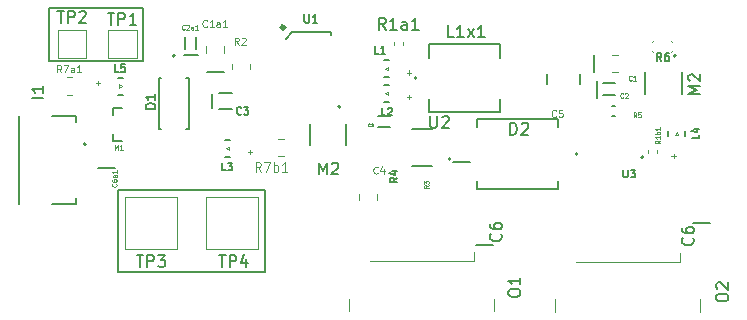
<source format=gbr>
%TF.GenerationSoftware,KiCad,Pcbnew,7.0.8*%
%TF.CreationDate,2024-10-30T19:33:40-07:00*%
%TF.ProjectId,ECE196Team13,45434531-3936-4546-9561-6d31332e6b69,1*%
%TF.SameCoordinates,Original*%
%TF.FileFunction,Legend,Top*%
%TF.FilePolarity,Positive*%
%FSLAX46Y46*%
G04 Gerber Fmt 4.6, Leading zero omitted, Abs format (unit mm)*
G04 Created by KiCad (PCBNEW 7.0.8) date 2024-10-30 19:33:40*
%MOMM*%
%LPD*%
G01*
G04 APERTURE LIST*
%ADD10C,0.150000*%
%ADD11C,0.098425*%
%ADD12C,0.120000*%
%ADD13C,0.080000*%
%ADD14C,0.100000*%
%ADD15C,0.060257*%
%ADD16C,0.076200*%
%ADD17C,0.127000*%
%ADD18C,0.200000*%
%ADD19C,0.203200*%
%ADD20C,0.330200*%
%ADD21C,0.152400*%
G04 APERTURE END LIST*
D10*
X136843750Y-40175000D02*
X144856250Y-40175000D01*
X144856250Y-44625000D01*
X136843750Y-44625000D01*
X136843750Y-40175000D01*
X142700000Y-55575000D02*
X155200000Y-55575000D01*
X155200000Y-62550000D01*
X142700000Y-62550000D01*
X142700000Y-55575000D01*
X151678152Y-45575125D02*
X150249580Y-45575125D01*
X183299874Y-47753152D02*
X183299874Y-46324580D01*
X183024874Y-45553152D02*
X183024874Y-44124580D01*
X150650125Y-47489038D02*
X150650125Y-48631895D01*
X142428152Y-53700125D02*
X140999580Y-53700125D01*
X173021847Y-60224874D02*
X174450419Y-60224874D01*
X192813152Y-58385125D02*
X191384580Y-58385125D01*
X149460961Y-44120363D02*
X148318104Y-44120363D01*
X172553152Y-53175125D02*
X171124580Y-53175125D01*
X188733234Y-44666308D02*
X188499703Y-44332692D01*
X188332895Y-44666308D02*
X188332895Y-43965714D01*
X188332895Y-43965714D02*
X188599788Y-43965714D01*
X188599788Y-43965714D02*
X188666511Y-43999076D01*
X188666511Y-43999076D02*
X188699872Y-44032437D01*
X188699872Y-44032437D02*
X188733234Y-44099161D01*
X188733234Y-44099161D02*
X188733234Y-44199245D01*
X188733234Y-44199245D02*
X188699872Y-44265969D01*
X188699872Y-44265969D02*
X188666511Y-44299330D01*
X188666511Y-44299330D02*
X188599788Y-44332692D01*
X188599788Y-44332692D02*
X188332895Y-44332692D01*
X189333743Y-43965714D02*
X189200297Y-43965714D01*
X189200297Y-43965714D02*
X189133573Y-43999076D01*
X189133573Y-43999076D02*
X189100212Y-44032437D01*
X189100212Y-44032437D02*
X189033489Y-44132522D01*
X189033489Y-44132522D02*
X189000127Y-44265969D01*
X189000127Y-44265969D02*
X189000127Y-44532862D01*
X189000127Y-44532862D02*
X189033489Y-44599585D01*
X189033489Y-44599585D02*
X189066850Y-44632947D01*
X189066850Y-44632947D02*
X189133573Y-44666308D01*
X189133573Y-44666308D02*
X189267020Y-44666308D01*
X189267020Y-44666308D02*
X189333743Y-44632947D01*
X189333743Y-44632947D02*
X189367105Y-44599585D01*
X189367105Y-44599585D02*
X189400466Y-44532862D01*
X189400466Y-44532862D02*
X189400466Y-44366054D01*
X189400466Y-44366054D02*
X189367105Y-44299330D01*
X189367105Y-44299330D02*
X189333743Y-44265969D01*
X189333743Y-44265969D02*
X189267020Y-44232607D01*
X189267020Y-44232607D02*
X189133573Y-44232607D01*
X189133573Y-44232607D02*
X189066850Y-44265969D01*
X189066850Y-44265969D02*
X189033489Y-44299330D01*
X189033489Y-44299330D02*
X189000127Y-44366054D01*
D11*
X186609383Y-49402014D02*
X186478149Y-49214538D01*
X186384411Y-49402014D02*
X186384411Y-49008313D01*
X186384411Y-49008313D02*
X186534392Y-49008313D01*
X186534392Y-49008313D02*
X186571888Y-49027061D01*
X186571888Y-49027061D02*
X186590635Y-49045809D01*
X186590635Y-49045809D02*
X186609383Y-49083304D01*
X186609383Y-49083304D02*
X186609383Y-49139547D01*
X186609383Y-49139547D02*
X186590635Y-49177042D01*
X186590635Y-49177042D02*
X186571888Y-49195790D01*
X186571888Y-49195790D02*
X186534392Y-49214538D01*
X186534392Y-49214538D02*
X186384411Y-49214538D01*
X186965589Y-49008313D02*
X186778112Y-49008313D01*
X186778112Y-49008313D02*
X186759364Y-49195790D01*
X186759364Y-49195790D02*
X186778112Y-49177042D01*
X186778112Y-49177042D02*
X186815607Y-49158295D01*
X186815607Y-49158295D02*
X186909346Y-49158295D01*
X186909346Y-49158295D02*
X186946841Y-49177042D01*
X186946841Y-49177042D02*
X186965589Y-49195790D01*
X186965589Y-49195790D02*
X186984336Y-49233285D01*
X186984336Y-49233285D02*
X186984336Y-49327024D01*
X186984336Y-49327024D02*
X186965589Y-49364519D01*
X186965589Y-49364519D02*
X186946841Y-49383267D01*
X186946841Y-49383267D02*
X186909346Y-49402014D01*
X186909346Y-49402014D02*
X186815607Y-49402014D01*
X186815607Y-49402014D02*
X186778112Y-49383267D01*
X186778112Y-49383267D02*
X186759364Y-49364519D01*
D10*
X191919676Y-50881666D02*
X191919676Y-51186428D01*
X191919676Y-51186428D02*
X191279676Y-51186428D01*
X191493009Y-50394047D02*
X191919676Y-50394047D01*
X191249200Y-50546428D02*
X191706342Y-50698809D01*
X191706342Y-50698809D02*
X191706342Y-50302618D01*
D12*
X189757960Y-52857857D02*
X189757960Y-52492143D01*
X189940817Y-52675000D02*
X189575102Y-52675000D01*
D10*
X175109580Y-59286666D02*
X175157200Y-59334285D01*
X175157200Y-59334285D02*
X175204819Y-59477142D01*
X175204819Y-59477142D02*
X175204819Y-59572380D01*
X175204819Y-59572380D02*
X175157200Y-59715237D01*
X175157200Y-59715237D02*
X175061961Y-59810475D01*
X175061961Y-59810475D02*
X174966723Y-59858094D01*
X174966723Y-59858094D02*
X174776247Y-59905713D01*
X174776247Y-59905713D02*
X174633390Y-59905713D01*
X174633390Y-59905713D02*
X174442914Y-59858094D01*
X174442914Y-59858094D02*
X174347676Y-59810475D01*
X174347676Y-59810475D02*
X174252438Y-59715237D01*
X174252438Y-59715237D02*
X174204819Y-59572380D01*
X174204819Y-59572380D02*
X174204819Y-59477142D01*
X174204819Y-59477142D02*
X174252438Y-59334285D01*
X174252438Y-59334285D02*
X174300057Y-59286666D01*
X174204819Y-58429523D02*
X174204819Y-58619999D01*
X174204819Y-58619999D02*
X174252438Y-58715237D01*
X174252438Y-58715237D02*
X174300057Y-58762856D01*
X174300057Y-58762856D02*
X174442914Y-58858094D01*
X174442914Y-58858094D02*
X174633390Y-58905713D01*
X174633390Y-58905713D02*
X175014342Y-58905713D01*
X175014342Y-58905713D02*
X175109580Y-58858094D01*
X175109580Y-58858094D02*
X175157200Y-58810475D01*
X175157200Y-58810475D02*
X175204819Y-58715237D01*
X175204819Y-58715237D02*
X175204819Y-58524761D01*
X175204819Y-58524761D02*
X175157200Y-58429523D01*
X175157200Y-58429523D02*
X175109580Y-58381904D01*
X175109580Y-58381904D02*
X175014342Y-58334285D01*
X175014342Y-58334285D02*
X174776247Y-58334285D01*
X174776247Y-58334285D02*
X174681009Y-58381904D01*
X174681009Y-58381904D02*
X174633390Y-58429523D01*
X174633390Y-58429523D02*
X174585771Y-58524761D01*
X174585771Y-58524761D02*
X174585771Y-58715237D01*
X174585771Y-58715237D02*
X174633390Y-58810475D01*
X174633390Y-58810475D02*
X174681009Y-58858094D01*
X174681009Y-58858094D02*
X174776247Y-58905713D01*
X159715476Y-54254819D02*
X159715476Y-53254819D01*
X159715476Y-53254819D02*
X160048809Y-53969104D01*
X160048809Y-53969104D02*
X160382142Y-53254819D01*
X160382142Y-53254819D02*
X160382142Y-54254819D01*
X160810714Y-53350057D02*
X160858333Y-53302438D01*
X160858333Y-53302438D02*
X160953571Y-53254819D01*
X160953571Y-53254819D02*
X161191666Y-53254819D01*
X161191666Y-53254819D02*
X161286904Y-53302438D01*
X161286904Y-53302438D02*
X161334523Y-53350057D01*
X161334523Y-53350057D02*
X161382142Y-53445295D01*
X161382142Y-53445295D02*
X161382142Y-53540533D01*
X161382142Y-53540533D02*
X161334523Y-53683390D01*
X161334523Y-53683390D02*
X160763095Y-54254819D01*
X160763095Y-54254819D02*
X161382142Y-54254819D01*
D13*
X142460691Y-52162087D02*
X142460691Y-51762087D01*
X142460691Y-51762087D02*
X142594024Y-52047801D01*
X142594024Y-52047801D02*
X142727357Y-51762087D01*
X142727357Y-51762087D02*
X142727357Y-52162087D01*
X143127357Y-52162087D02*
X142898786Y-52162087D01*
X143013072Y-52162087D02*
X143013072Y-51762087D01*
X143013072Y-51762087D02*
X142974976Y-51819230D01*
X142974976Y-51819230D02*
X142936881Y-51857325D01*
X142936881Y-51857325D02*
X142898786Y-51876373D01*
D14*
X164700000Y-54140228D02*
X164671428Y-54168800D01*
X164671428Y-54168800D02*
X164585714Y-54197371D01*
X164585714Y-54197371D02*
X164528571Y-54197371D01*
X164528571Y-54197371D02*
X164442857Y-54168800D01*
X164442857Y-54168800D02*
X164385714Y-54111657D01*
X164385714Y-54111657D02*
X164357143Y-54054514D01*
X164357143Y-54054514D02*
X164328571Y-53940228D01*
X164328571Y-53940228D02*
X164328571Y-53854514D01*
X164328571Y-53854514D02*
X164357143Y-53740228D01*
X164357143Y-53740228D02*
X164385714Y-53683085D01*
X164385714Y-53683085D02*
X164442857Y-53625942D01*
X164442857Y-53625942D02*
X164528571Y-53597371D01*
X164528571Y-53597371D02*
X164585714Y-53597371D01*
X164585714Y-53597371D02*
X164671428Y-53625942D01*
X164671428Y-53625942D02*
X164700000Y-53654514D01*
X165214286Y-53797371D02*
X165214286Y-54197371D01*
X165071428Y-53568800D02*
X164928571Y-53997371D01*
X164928571Y-53997371D02*
X165300000Y-53997371D01*
D10*
X145856467Y-48681177D02*
X145069065Y-48681177D01*
X145069065Y-48681177D02*
X145069065Y-48493700D01*
X145069065Y-48493700D02*
X145106560Y-48381214D01*
X145106560Y-48381214D02*
X145181551Y-48306224D01*
X145181551Y-48306224D02*
X145256542Y-48268728D01*
X145256542Y-48268728D02*
X145406523Y-48231233D01*
X145406523Y-48231233D02*
X145519009Y-48231233D01*
X145519009Y-48231233D02*
X145668990Y-48268728D01*
X145668990Y-48268728D02*
X145743981Y-48306224D01*
X145743981Y-48306224D02*
X145818972Y-48381214D01*
X145818972Y-48381214D02*
X145856467Y-48493700D01*
X145856467Y-48493700D02*
X145856467Y-48681177D01*
X145856467Y-47481326D02*
X145856467Y-47931270D01*
X145856467Y-47706298D02*
X145069065Y-47706298D01*
X145069065Y-47706298D02*
X145181551Y-47781289D01*
X145181551Y-47781289D02*
X145256542Y-47856280D01*
X145256542Y-47856280D02*
X145294037Y-47931270D01*
D14*
X186208333Y-46266752D02*
X186189285Y-46285800D01*
X186189285Y-46285800D02*
X186132143Y-46304847D01*
X186132143Y-46304847D02*
X186094047Y-46304847D01*
X186094047Y-46304847D02*
X186036904Y-46285800D01*
X186036904Y-46285800D02*
X185998809Y-46247704D01*
X185998809Y-46247704D02*
X185979762Y-46209609D01*
X185979762Y-46209609D02*
X185960714Y-46133419D01*
X185960714Y-46133419D02*
X185960714Y-46076276D01*
X185960714Y-46076276D02*
X185979762Y-46000085D01*
X185979762Y-46000085D02*
X185998809Y-45961990D01*
X185998809Y-45961990D02*
X186036904Y-45923895D01*
X186036904Y-45923895D02*
X186094047Y-45904847D01*
X186094047Y-45904847D02*
X186132143Y-45904847D01*
X186132143Y-45904847D02*
X186189285Y-45923895D01*
X186189285Y-45923895D02*
X186208333Y-45942942D01*
X186589285Y-46304847D02*
X186360714Y-46304847D01*
X186475000Y-46304847D02*
X186475000Y-45904847D01*
X186475000Y-45904847D02*
X186436904Y-45961990D01*
X186436904Y-45961990D02*
X186398809Y-46000085D01*
X186398809Y-46000085D02*
X186360714Y-46019133D01*
X148361905Y-41966752D02*
X148342857Y-41985800D01*
X148342857Y-41985800D02*
X148285715Y-42004847D01*
X148285715Y-42004847D02*
X148247619Y-42004847D01*
X148247619Y-42004847D02*
X148190476Y-41985800D01*
X148190476Y-41985800D02*
X148152381Y-41947704D01*
X148152381Y-41947704D02*
X148133334Y-41909609D01*
X148133334Y-41909609D02*
X148114286Y-41833419D01*
X148114286Y-41833419D02*
X148114286Y-41776276D01*
X148114286Y-41776276D02*
X148133334Y-41700085D01*
X148133334Y-41700085D02*
X148152381Y-41661990D01*
X148152381Y-41661990D02*
X148190476Y-41623895D01*
X148190476Y-41623895D02*
X148247619Y-41604847D01*
X148247619Y-41604847D02*
X148285715Y-41604847D01*
X148285715Y-41604847D02*
X148342857Y-41623895D01*
X148342857Y-41623895D02*
X148361905Y-41642942D01*
X148514286Y-41642942D02*
X148533334Y-41623895D01*
X148533334Y-41623895D02*
X148571429Y-41604847D01*
X148571429Y-41604847D02*
X148666667Y-41604847D01*
X148666667Y-41604847D02*
X148704762Y-41623895D01*
X148704762Y-41623895D02*
X148723810Y-41642942D01*
X148723810Y-41642942D02*
X148742857Y-41681038D01*
X148742857Y-41681038D02*
X148742857Y-41719133D01*
X148742857Y-41719133D02*
X148723810Y-41776276D01*
X148723810Y-41776276D02*
X148495238Y-42004847D01*
X148495238Y-42004847D02*
X148742857Y-42004847D01*
X149085714Y-42004847D02*
X149085714Y-41795323D01*
X149085714Y-41795323D02*
X149066667Y-41757228D01*
X149066667Y-41757228D02*
X149028571Y-41738180D01*
X149028571Y-41738180D02*
X148952381Y-41738180D01*
X148952381Y-41738180D02*
X148914286Y-41757228D01*
X149085714Y-41985800D02*
X149047619Y-42004847D01*
X149047619Y-42004847D02*
X148952381Y-42004847D01*
X148952381Y-42004847D02*
X148914286Y-41985800D01*
X148914286Y-41985800D02*
X148895238Y-41947704D01*
X148895238Y-41947704D02*
X148895238Y-41909609D01*
X148895238Y-41909609D02*
X148914286Y-41871514D01*
X148914286Y-41871514D02*
X148952381Y-41852466D01*
X148952381Y-41852466D02*
X149047619Y-41852466D01*
X149047619Y-41852466D02*
X149085714Y-41833419D01*
X149485714Y-42004847D02*
X149257143Y-42004847D01*
X149371429Y-42004847D02*
X149371429Y-41604847D01*
X149371429Y-41604847D02*
X149333333Y-41661990D01*
X149333333Y-41661990D02*
X149295238Y-41700085D01*
X149295238Y-41700085D02*
X149257143Y-41719133D01*
D15*
X164059828Y-50160416D02*
X164048351Y-50171894D01*
X164048351Y-50171894D02*
X164013918Y-50183371D01*
X164013918Y-50183371D02*
X163990963Y-50183371D01*
X163990963Y-50183371D02*
X163956530Y-50171894D01*
X163956530Y-50171894D02*
X163933575Y-50148938D01*
X163933575Y-50148938D02*
X163922097Y-50125983D01*
X163922097Y-50125983D02*
X163910620Y-50080073D01*
X163910620Y-50080073D02*
X163910620Y-50045640D01*
X163910620Y-50045640D02*
X163922097Y-49999730D01*
X163922097Y-49999730D02*
X163933575Y-49976775D01*
X163933575Y-49976775D02*
X163956530Y-49953820D01*
X163956530Y-49953820D02*
X163990963Y-49942342D01*
X163990963Y-49942342D02*
X164013918Y-49942342D01*
X164013918Y-49942342D02*
X164048351Y-49953820D01*
X164048351Y-49953820D02*
X164059828Y-49965297D01*
X164151649Y-49965297D02*
X164163126Y-49953820D01*
X164163126Y-49953820D02*
X164186082Y-49942342D01*
X164186082Y-49942342D02*
X164243469Y-49942342D01*
X164243469Y-49942342D02*
X164266425Y-49953820D01*
X164266425Y-49953820D02*
X164277902Y-49965297D01*
X164277902Y-49965297D02*
X164289380Y-49988252D01*
X164289380Y-49988252D02*
X164289380Y-50011208D01*
X164289380Y-50011208D02*
X164277902Y-50045640D01*
X164277902Y-50045640D02*
X164140171Y-50183371D01*
X164140171Y-50183371D02*
X164289380Y-50183371D01*
D14*
X188604847Y-51388094D02*
X188414371Y-51521427D01*
X188604847Y-51616665D02*
X188204847Y-51616665D01*
X188204847Y-51616665D02*
X188204847Y-51464284D01*
X188204847Y-51464284D02*
X188223895Y-51426189D01*
X188223895Y-51426189D02*
X188242942Y-51407142D01*
X188242942Y-51407142D02*
X188281038Y-51388094D01*
X188281038Y-51388094D02*
X188338180Y-51388094D01*
X188338180Y-51388094D02*
X188376276Y-51407142D01*
X188376276Y-51407142D02*
X188395323Y-51426189D01*
X188395323Y-51426189D02*
X188414371Y-51464284D01*
X188414371Y-51464284D02*
X188414371Y-51616665D01*
X188604847Y-51007142D02*
X188604847Y-51235713D01*
X188604847Y-51121427D02*
X188204847Y-51121427D01*
X188204847Y-51121427D02*
X188261990Y-51159523D01*
X188261990Y-51159523D02*
X188300085Y-51197618D01*
X188300085Y-51197618D02*
X188319133Y-51235713D01*
X188604847Y-50835713D02*
X188204847Y-50835713D01*
X188357228Y-50835713D02*
X188338180Y-50797618D01*
X188338180Y-50797618D02*
X188338180Y-50721428D01*
X188338180Y-50721428D02*
X188357228Y-50683332D01*
X188357228Y-50683332D02*
X188376276Y-50664285D01*
X188376276Y-50664285D02*
X188414371Y-50645237D01*
X188414371Y-50645237D02*
X188528657Y-50645237D01*
X188528657Y-50645237D02*
X188566752Y-50664285D01*
X188566752Y-50664285D02*
X188585800Y-50683332D01*
X188585800Y-50683332D02*
X188604847Y-50721428D01*
X188604847Y-50721428D02*
X188604847Y-50797618D01*
X188604847Y-50797618D02*
X188585800Y-50835713D01*
X188604847Y-50264285D02*
X188604847Y-50492856D01*
X188604847Y-50378570D02*
X188204847Y-50378570D01*
X188204847Y-50378570D02*
X188261990Y-50416666D01*
X188261990Y-50416666D02*
X188300085Y-50454761D01*
X188300085Y-50454761D02*
X188319133Y-50492856D01*
D10*
X165379761Y-42004819D02*
X165046428Y-41528628D01*
X164808333Y-42004819D02*
X164808333Y-41004819D01*
X164808333Y-41004819D02*
X165189285Y-41004819D01*
X165189285Y-41004819D02*
X165284523Y-41052438D01*
X165284523Y-41052438D02*
X165332142Y-41100057D01*
X165332142Y-41100057D02*
X165379761Y-41195295D01*
X165379761Y-41195295D02*
X165379761Y-41338152D01*
X165379761Y-41338152D02*
X165332142Y-41433390D01*
X165332142Y-41433390D02*
X165284523Y-41481009D01*
X165284523Y-41481009D02*
X165189285Y-41528628D01*
X165189285Y-41528628D02*
X164808333Y-41528628D01*
X166332142Y-42004819D02*
X165760714Y-42004819D01*
X166046428Y-42004819D02*
X166046428Y-41004819D01*
X166046428Y-41004819D02*
X165951190Y-41147676D01*
X165951190Y-41147676D02*
X165855952Y-41242914D01*
X165855952Y-41242914D02*
X165760714Y-41290533D01*
X167189285Y-42004819D02*
X167189285Y-41481009D01*
X167189285Y-41481009D02*
X167141666Y-41385771D01*
X167141666Y-41385771D02*
X167046428Y-41338152D01*
X167046428Y-41338152D02*
X166855952Y-41338152D01*
X166855952Y-41338152D02*
X166760714Y-41385771D01*
X167189285Y-41957200D02*
X167094047Y-42004819D01*
X167094047Y-42004819D02*
X166855952Y-42004819D01*
X166855952Y-42004819D02*
X166760714Y-41957200D01*
X166760714Y-41957200D02*
X166713095Y-41861961D01*
X166713095Y-41861961D02*
X166713095Y-41766723D01*
X166713095Y-41766723D02*
X166760714Y-41671485D01*
X166760714Y-41671485D02*
X166855952Y-41623866D01*
X166855952Y-41623866D02*
X167094047Y-41623866D01*
X167094047Y-41623866D02*
X167189285Y-41576247D01*
X168189285Y-42004819D02*
X167617857Y-42004819D01*
X167903571Y-42004819D02*
X167903571Y-41004819D01*
X167903571Y-41004819D02*
X167808333Y-41147676D01*
X167808333Y-41147676D02*
X167713095Y-41242914D01*
X167713095Y-41242914D02*
X167617857Y-41290533D01*
X151263095Y-61079819D02*
X151834523Y-61079819D01*
X151548809Y-62079819D02*
X151548809Y-61079819D01*
X152167857Y-62079819D02*
X152167857Y-61079819D01*
X152167857Y-61079819D02*
X152548809Y-61079819D01*
X152548809Y-61079819D02*
X152644047Y-61127438D01*
X152644047Y-61127438D02*
X152691666Y-61175057D01*
X152691666Y-61175057D02*
X152739285Y-61270295D01*
X152739285Y-61270295D02*
X152739285Y-61413152D01*
X152739285Y-61413152D02*
X152691666Y-61508390D01*
X152691666Y-61508390D02*
X152644047Y-61556009D01*
X152644047Y-61556009D02*
X152548809Y-61603628D01*
X152548809Y-61603628D02*
X152167857Y-61603628D01*
X153596428Y-61413152D02*
X153596428Y-62079819D01*
X153358333Y-61032200D02*
X153120238Y-61746485D01*
X153120238Y-61746485D02*
X153739285Y-61746485D01*
X169163095Y-49329819D02*
X169163095Y-50139342D01*
X169163095Y-50139342D02*
X169210714Y-50234580D01*
X169210714Y-50234580D02*
X169258333Y-50282200D01*
X169258333Y-50282200D02*
X169353571Y-50329819D01*
X169353571Y-50329819D02*
X169544047Y-50329819D01*
X169544047Y-50329819D02*
X169639285Y-50282200D01*
X169639285Y-50282200D02*
X169686904Y-50234580D01*
X169686904Y-50234580D02*
X169734523Y-50139342D01*
X169734523Y-50139342D02*
X169734523Y-49329819D01*
X170163095Y-49425057D02*
X170210714Y-49377438D01*
X170210714Y-49377438D02*
X170305952Y-49329819D01*
X170305952Y-49329819D02*
X170544047Y-49329819D01*
X170544047Y-49329819D02*
X170639285Y-49377438D01*
X170639285Y-49377438D02*
X170686904Y-49425057D01*
X170686904Y-49425057D02*
X170734523Y-49520295D01*
X170734523Y-49520295D02*
X170734523Y-49615533D01*
X170734523Y-49615533D02*
X170686904Y-49758390D01*
X170686904Y-49758390D02*
X170115476Y-50329819D01*
X170115476Y-50329819D02*
X170734523Y-50329819D01*
X141838095Y-40579819D02*
X142409523Y-40579819D01*
X142123809Y-41579819D02*
X142123809Y-40579819D01*
X142742857Y-41579819D02*
X142742857Y-40579819D01*
X142742857Y-40579819D02*
X143123809Y-40579819D01*
X143123809Y-40579819D02*
X143219047Y-40627438D01*
X143219047Y-40627438D02*
X143266666Y-40675057D01*
X143266666Y-40675057D02*
X143314285Y-40770295D01*
X143314285Y-40770295D02*
X143314285Y-40913152D01*
X143314285Y-40913152D02*
X143266666Y-41008390D01*
X143266666Y-41008390D02*
X143219047Y-41056009D01*
X143219047Y-41056009D02*
X143123809Y-41103628D01*
X143123809Y-41103628D02*
X142742857Y-41103628D01*
X144266666Y-41579819D02*
X143695238Y-41579819D01*
X143980952Y-41579819D02*
X143980952Y-40579819D01*
X143980952Y-40579819D02*
X143885714Y-40722676D01*
X143885714Y-40722676D02*
X143790476Y-40817914D01*
X143790476Y-40817914D02*
X143695238Y-40865533D01*
D14*
X152950000Y-43272371D02*
X152750000Y-42986657D01*
X152607143Y-43272371D02*
X152607143Y-42672371D01*
X152607143Y-42672371D02*
X152835714Y-42672371D01*
X152835714Y-42672371D02*
X152892857Y-42700942D01*
X152892857Y-42700942D02*
X152921428Y-42729514D01*
X152921428Y-42729514D02*
X152950000Y-42786657D01*
X152950000Y-42786657D02*
X152950000Y-42872371D01*
X152950000Y-42872371D02*
X152921428Y-42929514D01*
X152921428Y-42929514D02*
X152892857Y-42958085D01*
X152892857Y-42958085D02*
X152835714Y-42986657D01*
X152835714Y-42986657D02*
X152607143Y-42986657D01*
X153178571Y-42729514D02*
X153207143Y-42700942D01*
X153207143Y-42700942D02*
X153264286Y-42672371D01*
X153264286Y-42672371D02*
X153407143Y-42672371D01*
X153407143Y-42672371D02*
X153464286Y-42700942D01*
X153464286Y-42700942D02*
X153492857Y-42729514D01*
X153492857Y-42729514D02*
X153521428Y-42786657D01*
X153521428Y-42786657D02*
X153521428Y-42843800D01*
X153521428Y-42843800D02*
X153492857Y-42929514D01*
X153492857Y-42929514D02*
X153150000Y-43272371D01*
X153150000Y-43272371D02*
X153521428Y-43272371D01*
X142566752Y-55038094D02*
X142585800Y-55057142D01*
X142585800Y-55057142D02*
X142604847Y-55114284D01*
X142604847Y-55114284D02*
X142604847Y-55152380D01*
X142604847Y-55152380D02*
X142585800Y-55209523D01*
X142585800Y-55209523D02*
X142547704Y-55247618D01*
X142547704Y-55247618D02*
X142509609Y-55266665D01*
X142509609Y-55266665D02*
X142433419Y-55285713D01*
X142433419Y-55285713D02*
X142376276Y-55285713D01*
X142376276Y-55285713D02*
X142300085Y-55266665D01*
X142300085Y-55266665D02*
X142261990Y-55247618D01*
X142261990Y-55247618D02*
X142223895Y-55209523D01*
X142223895Y-55209523D02*
X142204847Y-55152380D01*
X142204847Y-55152380D02*
X142204847Y-55114284D01*
X142204847Y-55114284D02*
X142223895Y-55057142D01*
X142223895Y-55057142D02*
X142242942Y-55038094D01*
X142204847Y-54695237D02*
X142204847Y-54771427D01*
X142204847Y-54771427D02*
X142223895Y-54809523D01*
X142223895Y-54809523D02*
X142242942Y-54828570D01*
X142242942Y-54828570D02*
X142300085Y-54866665D01*
X142300085Y-54866665D02*
X142376276Y-54885713D01*
X142376276Y-54885713D02*
X142528657Y-54885713D01*
X142528657Y-54885713D02*
X142566752Y-54866665D01*
X142566752Y-54866665D02*
X142585800Y-54847618D01*
X142585800Y-54847618D02*
X142604847Y-54809523D01*
X142604847Y-54809523D02*
X142604847Y-54733332D01*
X142604847Y-54733332D02*
X142585800Y-54695237D01*
X142585800Y-54695237D02*
X142566752Y-54676189D01*
X142566752Y-54676189D02*
X142528657Y-54657142D01*
X142528657Y-54657142D02*
X142433419Y-54657142D01*
X142433419Y-54657142D02*
X142395323Y-54676189D01*
X142395323Y-54676189D02*
X142376276Y-54695237D01*
X142376276Y-54695237D02*
X142357228Y-54733332D01*
X142357228Y-54733332D02*
X142357228Y-54809523D01*
X142357228Y-54809523D02*
X142376276Y-54847618D01*
X142376276Y-54847618D02*
X142395323Y-54866665D01*
X142395323Y-54866665D02*
X142433419Y-54885713D01*
X142604847Y-54314285D02*
X142395323Y-54314285D01*
X142395323Y-54314285D02*
X142357228Y-54333332D01*
X142357228Y-54333332D02*
X142338180Y-54371428D01*
X142338180Y-54371428D02*
X142338180Y-54447618D01*
X142338180Y-54447618D02*
X142357228Y-54485713D01*
X142585800Y-54314285D02*
X142604847Y-54352380D01*
X142604847Y-54352380D02*
X142604847Y-54447618D01*
X142604847Y-54447618D02*
X142585800Y-54485713D01*
X142585800Y-54485713D02*
X142547704Y-54504761D01*
X142547704Y-54504761D02*
X142509609Y-54504761D01*
X142509609Y-54504761D02*
X142471514Y-54485713D01*
X142471514Y-54485713D02*
X142452466Y-54447618D01*
X142452466Y-54447618D02*
X142452466Y-54352380D01*
X142452466Y-54352380D02*
X142433419Y-54314285D01*
X142604847Y-53914285D02*
X142604847Y-54142856D01*
X142604847Y-54028570D02*
X142204847Y-54028570D01*
X142204847Y-54028570D02*
X142261990Y-54066666D01*
X142261990Y-54066666D02*
X142300085Y-54104761D01*
X142300085Y-54104761D02*
X142319133Y-54142856D01*
X137917857Y-45622371D02*
X137717857Y-45336657D01*
X137575000Y-45622371D02*
X137575000Y-45022371D01*
X137575000Y-45022371D02*
X137803571Y-45022371D01*
X137803571Y-45022371D02*
X137860714Y-45050942D01*
X137860714Y-45050942D02*
X137889285Y-45079514D01*
X137889285Y-45079514D02*
X137917857Y-45136657D01*
X137917857Y-45136657D02*
X137917857Y-45222371D01*
X137917857Y-45222371D02*
X137889285Y-45279514D01*
X137889285Y-45279514D02*
X137860714Y-45308085D01*
X137860714Y-45308085D02*
X137803571Y-45336657D01*
X137803571Y-45336657D02*
X137575000Y-45336657D01*
X138117857Y-45022371D02*
X138517857Y-45022371D01*
X138517857Y-45022371D02*
X138260714Y-45622371D01*
X139003572Y-45622371D02*
X139003572Y-45308085D01*
X139003572Y-45308085D02*
X138975000Y-45250942D01*
X138975000Y-45250942D02*
X138917857Y-45222371D01*
X138917857Y-45222371D02*
X138803572Y-45222371D01*
X138803572Y-45222371D02*
X138746429Y-45250942D01*
X139003572Y-45593800D02*
X138946429Y-45622371D01*
X138946429Y-45622371D02*
X138803572Y-45622371D01*
X138803572Y-45622371D02*
X138746429Y-45593800D01*
X138746429Y-45593800D02*
X138717857Y-45536657D01*
X138717857Y-45536657D02*
X138717857Y-45479514D01*
X138717857Y-45479514D02*
X138746429Y-45422371D01*
X138746429Y-45422371D02*
X138803572Y-45393800D01*
X138803572Y-45393800D02*
X138946429Y-45393800D01*
X138946429Y-45393800D02*
X139003572Y-45365228D01*
X139603571Y-45622371D02*
X139260714Y-45622371D01*
X139432143Y-45622371D02*
X139432143Y-45022371D01*
X139432143Y-45022371D02*
X139375000Y-45108085D01*
X139375000Y-45108085D02*
X139317857Y-45165228D01*
X139317857Y-45165228D02*
X139260714Y-45193800D01*
D10*
X165363333Y-49258276D02*
X165058571Y-49258276D01*
X165058571Y-49258276D02*
X165058571Y-48618276D01*
X165546190Y-48679228D02*
X165576666Y-48648752D01*
X165576666Y-48648752D02*
X165637619Y-48618276D01*
X165637619Y-48618276D02*
X165790000Y-48618276D01*
X165790000Y-48618276D02*
X165850952Y-48648752D01*
X165850952Y-48648752D02*
X165881428Y-48679228D01*
X165881428Y-48679228D02*
X165911905Y-48740180D01*
X165911905Y-48740180D02*
X165911905Y-48801133D01*
X165911905Y-48801133D02*
X165881428Y-48892561D01*
X165881428Y-48892561D02*
X165515714Y-49258276D01*
X165515714Y-49258276D02*
X165911905Y-49258276D01*
D12*
X167187142Y-47727960D02*
X167552857Y-47727960D01*
X167369999Y-47910817D02*
X167369999Y-47545102D01*
D10*
X164788333Y-44033276D02*
X164483571Y-44033276D01*
X164483571Y-44033276D02*
X164483571Y-43393276D01*
X165336905Y-44033276D02*
X164971190Y-44033276D01*
X165154047Y-44033276D02*
X165154047Y-43393276D01*
X165154047Y-43393276D02*
X165093095Y-43484704D01*
X165093095Y-43484704D02*
X165032143Y-43545657D01*
X165032143Y-43545657D02*
X164971190Y-43576133D01*
D12*
X167187142Y-45627960D02*
X167552857Y-45627960D01*
X167369999Y-45810817D02*
X167369999Y-45445102D01*
D10*
X175779819Y-64371428D02*
X175779819Y-64180952D01*
X175779819Y-64180952D02*
X175827438Y-64085714D01*
X175827438Y-64085714D02*
X175922676Y-63990476D01*
X175922676Y-63990476D02*
X176113152Y-63942857D01*
X176113152Y-63942857D02*
X176446485Y-63942857D01*
X176446485Y-63942857D02*
X176636961Y-63990476D01*
X176636961Y-63990476D02*
X176732200Y-64085714D01*
X176732200Y-64085714D02*
X176779819Y-64180952D01*
X176779819Y-64180952D02*
X176779819Y-64371428D01*
X176779819Y-64371428D02*
X176732200Y-64466666D01*
X176732200Y-64466666D02*
X176636961Y-64561904D01*
X176636961Y-64561904D02*
X176446485Y-64609523D01*
X176446485Y-64609523D02*
X176113152Y-64609523D01*
X176113152Y-64609523D02*
X175922676Y-64561904D01*
X175922676Y-64561904D02*
X175827438Y-64466666D01*
X175827438Y-64466666D02*
X175779819Y-64371428D01*
X176779819Y-62990476D02*
X176779819Y-63561904D01*
X176779819Y-63276190D02*
X175779819Y-63276190D01*
X175779819Y-63276190D02*
X175922676Y-63371428D01*
X175922676Y-63371428D02*
X176017914Y-63466666D01*
X176017914Y-63466666D02*
X176065533Y-63561904D01*
X193379819Y-64771428D02*
X193379819Y-64580952D01*
X193379819Y-64580952D02*
X193427438Y-64485714D01*
X193427438Y-64485714D02*
X193522676Y-64390476D01*
X193522676Y-64390476D02*
X193713152Y-64342857D01*
X193713152Y-64342857D02*
X194046485Y-64342857D01*
X194046485Y-64342857D02*
X194236961Y-64390476D01*
X194236961Y-64390476D02*
X194332200Y-64485714D01*
X194332200Y-64485714D02*
X194379819Y-64580952D01*
X194379819Y-64580952D02*
X194379819Y-64771428D01*
X194379819Y-64771428D02*
X194332200Y-64866666D01*
X194332200Y-64866666D02*
X194236961Y-64961904D01*
X194236961Y-64961904D02*
X194046485Y-65009523D01*
X194046485Y-65009523D02*
X193713152Y-65009523D01*
X193713152Y-65009523D02*
X193522676Y-64961904D01*
X193522676Y-64961904D02*
X193427438Y-64866666D01*
X193427438Y-64866666D02*
X193379819Y-64771428D01*
X193475057Y-63961904D02*
X193427438Y-63914285D01*
X193427438Y-63914285D02*
X193379819Y-63819047D01*
X193379819Y-63819047D02*
X193379819Y-63580952D01*
X193379819Y-63580952D02*
X193427438Y-63485714D01*
X193427438Y-63485714D02*
X193475057Y-63438095D01*
X193475057Y-63438095D02*
X193570295Y-63390476D01*
X193570295Y-63390476D02*
X193665533Y-63390476D01*
X193665533Y-63390476D02*
X193808390Y-63438095D01*
X193808390Y-63438095D02*
X194379819Y-64009523D01*
X194379819Y-64009523D02*
X194379819Y-63390476D01*
X175936905Y-50892319D02*
X175936905Y-49892319D01*
X175936905Y-49892319D02*
X176175000Y-49892319D01*
X176175000Y-49892319D02*
X176317857Y-49939938D01*
X176317857Y-49939938D02*
X176413095Y-50035176D01*
X176413095Y-50035176D02*
X176460714Y-50130414D01*
X176460714Y-50130414D02*
X176508333Y-50320890D01*
X176508333Y-50320890D02*
X176508333Y-50463747D01*
X176508333Y-50463747D02*
X176460714Y-50654223D01*
X176460714Y-50654223D02*
X176413095Y-50749461D01*
X176413095Y-50749461D02*
X176317857Y-50844700D01*
X176317857Y-50844700D02*
X176175000Y-50892319D01*
X176175000Y-50892319D02*
X175936905Y-50892319D01*
X176889286Y-49987557D02*
X176936905Y-49939938D01*
X176936905Y-49939938D02*
X177032143Y-49892319D01*
X177032143Y-49892319D02*
X177270238Y-49892319D01*
X177270238Y-49892319D02*
X177365476Y-49939938D01*
X177365476Y-49939938D02*
X177413095Y-49987557D01*
X177413095Y-49987557D02*
X177460714Y-50082795D01*
X177460714Y-50082795D02*
X177460714Y-50178033D01*
X177460714Y-50178033D02*
X177413095Y-50320890D01*
X177413095Y-50320890D02*
X176841667Y-50892319D01*
X176841667Y-50892319D02*
X177460714Y-50892319D01*
X158503824Y-40710127D02*
X158503824Y-41277702D01*
X158503824Y-41277702D02*
X158537211Y-41344476D01*
X158537211Y-41344476D02*
X158570598Y-41377863D01*
X158570598Y-41377863D02*
X158637371Y-41411249D01*
X158637371Y-41411249D02*
X158770918Y-41411249D01*
X158770918Y-41411249D02*
X158837692Y-41377863D01*
X158837692Y-41377863D02*
X158871079Y-41344476D01*
X158871079Y-41344476D02*
X158904465Y-41277702D01*
X158904465Y-41277702D02*
X158904465Y-40710127D01*
X159605588Y-41411249D02*
X159204947Y-41411249D01*
X159405267Y-41411249D02*
X159405267Y-40710127D01*
X159405267Y-40710127D02*
X159338494Y-40810288D01*
X159338494Y-40810288D02*
X159271720Y-40877061D01*
X159271720Y-40877061D02*
X159204947Y-40910448D01*
X192014819Y-47434523D02*
X191014819Y-47434523D01*
X191014819Y-47434523D02*
X191729104Y-47101190D01*
X191729104Y-47101190D02*
X191014819Y-46767857D01*
X191014819Y-46767857D02*
X192014819Y-46767857D01*
X191110057Y-46339285D02*
X191062438Y-46291666D01*
X191062438Y-46291666D02*
X191014819Y-46196428D01*
X191014819Y-46196428D02*
X191014819Y-45958333D01*
X191014819Y-45958333D02*
X191062438Y-45863095D01*
X191062438Y-45863095D02*
X191110057Y-45815476D01*
X191110057Y-45815476D02*
X191205295Y-45767857D01*
X191205295Y-45767857D02*
X191300533Y-45767857D01*
X191300533Y-45767857D02*
X191443390Y-45815476D01*
X191443390Y-45815476D02*
X192014819Y-46386904D01*
X192014819Y-46386904D02*
X192014819Y-45767857D01*
D14*
X150242857Y-41715228D02*
X150214285Y-41743800D01*
X150214285Y-41743800D02*
X150128571Y-41772371D01*
X150128571Y-41772371D02*
X150071428Y-41772371D01*
X150071428Y-41772371D02*
X149985714Y-41743800D01*
X149985714Y-41743800D02*
X149928571Y-41686657D01*
X149928571Y-41686657D02*
X149900000Y-41629514D01*
X149900000Y-41629514D02*
X149871428Y-41515228D01*
X149871428Y-41515228D02*
X149871428Y-41429514D01*
X149871428Y-41429514D02*
X149900000Y-41315228D01*
X149900000Y-41315228D02*
X149928571Y-41258085D01*
X149928571Y-41258085D02*
X149985714Y-41200942D01*
X149985714Y-41200942D02*
X150071428Y-41172371D01*
X150071428Y-41172371D02*
X150128571Y-41172371D01*
X150128571Y-41172371D02*
X150214285Y-41200942D01*
X150214285Y-41200942D02*
X150242857Y-41229514D01*
X150814285Y-41772371D02*
X150471428Y-41772371D01*
X150642857Y-41772371D02*
X150642857Y-41172371D01*
X150642857Y-41172371D02*
X150585714Y-41258085D01*
X150585714Y-41258085D02*
X150528571Y-41315228D01*
X150528571Y-41315228D02*
X150471428Y-41343800D01*
X151328572Y-41772371D02*
X151328572Y-41458085D01*
X151328572Y-41458085D02*
X151300000Y-41400942D01*
X151300000Y-41400942D02*
X151242857Y-41372371D01*
X151242857Y-41372371D02*
X151128572Y-41372371D01*
X151128572Y-41372371D02*
X151071429Y-41400942D01*
X151328572Y-41743800D02*
X151271429Y-41772371D01*
X151271429Y-41772371D02*
X151128572Y-41772371D01*
X151128572Y-41772371D02*
X151071429Y-41743800D01*
X151071429Y-41743800D02*
X151042857Y-41686657D01*
X151042857Y-41686657D02*
X151042857Y-41629514D01*
X151042857Y-41629514D02*
X151071429Y-41572371D01*
X151071429Y-41572371D02*
X151128572Y-41543800D01*
X151128572Y-41543800D02*
X151271429Y-41543800D01*
X151271429Y-41543800D02*
X151328572Y-41515228D01*
X151928571Y-41772371D02*
X151585714Y-41772371D01*
X151757143Y-41772371D02*
X151757143Y-41172371D01*
X151757143Y-41172371D02*
X151700000Y-41258085D01*
X151700000Y-41258085D02*
X151642857Y-41315228D01*
X151642857Y-41315228D02*
X151585714Y-41343800D01*
D10*
X191369580Y-59621666D02*
X191417200Y-59669285D01*
X191417200Y-59669285D02*
X191464819Y-59812142D01*
X191464819Y-59812142D02*
X191464819Y-59907380D01*
X191464819Y-59907380D02*
X191417200Y-60050237D01*
X191417200Y-60050237D02*
X191321961Y-60145475D01*
X191321961Y-60145475D02*
X191226723Y-60193094D01*
X191226723Y-60193094D02*
X191036247Y-60240713D01*
X191036247Y-60240713D02*
X190893390Y-60240713D01*
X190893390Y-60240713D02*
X190702914Y-60193094D01*
X190702914Y-60193094D02*
X190607676Y-60145475D01*
X190607676Y-60145475D02*
X190512438Y-60050237D01*
X190512438Y-60050237D02*
X190464819Y-59907380D01*
X190464819Y-59907380D02*
X190464819Y-59812142D01*
X190464819Y-59812142D02*
X190512438Y-59669285D01*
X190512438Y-59669285D02*
X190560057Y-59621666D01*
X190464819Y-58764523D02*
X190464819Y-58954999D01*
X190464819Y-58954999D02*
X190512438Y-59050237D01*
X190512438Y-59050237D02*
X190560057Y-59097856D01*
X190560057Y-59097856D02*
X190702914Y-59193094D01*
X190702914Y-59193094D02*
X190893390Y-59240713D01*
X190893390Y-59240713D02*
X191274342Y-59240713D01*
X191274342Y-59240713D02*
X191369580Y-59193094D01*
X191369580Y-59193094D02*
X191417200Y-59145475D01*
X191417200Y-59145475D02*
X191464819Y-59050237D01*
X191464819Y-59050237D02*
X191464819Y-58859761D01*
X191464819Y-58859761D02*
X191417200Y-58764523D01*
X191417200Y-58764523D02*
X191369580Y-58716904D01*
X191369580Y-58716904D02*
X191274342Y-58669285D01*
X191274342Y-58669285D02*
X191036247Y-58669285D01*
X191036247Y-58669285D02*
X190941009Y-58716904D01*
X190941009Y-58716904D02*
X190893390Y-58764523D01*
X190893390Y-58764523D02*
X190845771Y-58859761D01*
X190845771Y-58859761D02*
X190845771Y-59050237D01*
X190845771Y-59050237D02*
X190893390Y-59145475D01*
X190893390Y-59145475D02*
X190941009Y-59193094D01*
X190941009Y-59193094D02*
X191036247Y-59240713D01*
D11*
X169027014Y-55190616D02*
X168839538Y-55321850D01*
X169027014Y-55415588D02*
X168633313Y-55415588D01*
X168633313Y-55415588D02*
X168633313Y-55265607D01*
X168633313Y-55265607D02*
X168652061Y-55228112D01*
X168652061Y-55228112D02*
X168670809Y-55209364D01*
X168670809Y-55209364D02*
X168708304Y-55190616D01*
X168708304Y-55190616D02*
X168764547Y-55190616D01*
X168764547Y-55190616D02*
X168802042Y-55209364D01*
X168802042Y-55209364D02*
X168820790Y-55228112D01*
X168820790Y-55228112D02*
X168839538Y-55265607D01*
X168839538Y-55265607D02*
X168839538Y-55415588D01*
X168633313Y-55059383D02*
X168633313Y-54815663D01*
X168633313Y-54815663D02*
X168783295Y-54946897D01*
X168783295Y-54946897D02*
X168783295Y-54890654D01*
X168783295Y-54890654D02*
X168802042Y-54853158D01*
X168802042Y-54853158D02*
X168820790Y-54834411D01*
X168820790Y-54834411D02*
X168858285Y-54815663D01*
X168858285Y-54815663D02*
X168952024Y-54815663D01*
X168952024Y-54815663D02*
X168989519Y-54834411D01*
X168989519Y-54834411D02*
X169008267Y-54853158D01*
X169008267Y-54853158D02*
X169027014Y-54890654D01*
X169027014Y-54890654D02*
X169027014Y-55003140D01*
X169027014Y-55003140D02*
X169008267Y-55040635D01*
X169008267Y-55040635D02*
X168989519Y-55059383D01*
D10*
X166363276Y-54531666D02*
X166058514Y-54745000D01*
X166363276Y-54897381D02*
X165723276Y-54897381D01*
X165723276Y-54897381D02*
X165723276Y-54653571D01*
X165723276Y-54653571D02*
X165753752Y-54592619D01*
X165753752Y-54592619D02*
X165784228Y-54562142D01*
X165784228Y-54562142D02*
X165845180Y-54531666D01*
X165845180Y-54531666D02*
X165936609Y-54531666D01*
X165936609Y-54531666D02*
X165997561Y-54562142D01*
X165997561Y-54562142D02*
X166028038Y-54592619D01*
X166028038Y-54592619D02*
X166058514Y-54653571D01*
X166058514Y-54653571D02*
X166058514Y-54897381D01*
X165936609Y-53983095D02*
X166363276Y-53983095D01*
X165692800Y-54135476D02*
X166149942Y-54287857D01*
X166149942Y-54287857D02*
X166149942Y-53891666D01*
X153145013Y-49123621D02*
X153115016Y-49153618D01*
X153115016Y-49153618D02*
X153025028Y-49183614D01*
X153025028Y-49183614D02*
X152965035Y-49183614D01*
X152965035Y-49183614D02*
X152875046Y-49153618D01*
X152875046Y-49153618D02*
X152815054Y-49093625D01*
X152815054Y-49093625D02*
X152785058Y-49033633D01*
X152785058Y-49033633D02*
X152755061Y-48913648D01*
X152755061Y-48913648D02*
X152755061Y-48823659D01*
X152755061Y-48823659D02*
X152785058Y-48703674D01*
X152785058Y-48703674D02*
X152815054Y-48643681D01*
X152815054Y-48643681D02*
X152875046Y-48583689D01*
X152875046Y-48583689D02*
X152965035Y-48553693D01*
X152965035Y-48553693D02*
X153025028Y-48553693D01*
X153025028Y-48553693D02*
X153115016Y-48583689D01*
X153115016Y-48583689D02*
X153145013Y-48613685D01*
X153354986Y-48553693D02*
X153744937Y-48553693D01*
X153744937Y-48553693D02*
X153534964Y-48793663D01*
X153534964Y-48793663D02*
X153624952Y-48793663D01*
X153624952Y-48793663D02*
X153684945Y-48823659D01*
X153684945Y-48823659D02*
X153714941Y-48853655D01*
X153714941Y-48853655D02*
X153744937Y-48913648D01*
X153744937Y-48913648D02*
X153744937Y-49063629D01*
X153744937Y-49063629D02*
X153714941Y-49123621D01*
X153714941Y-49123621D02*
X153684945Y-49153618D01*
X153684945Y-49153618D02*
X153624952Y-49183614D01*
X153624952Y-49183614D02*
X153444975Y-49183614D01*
X153444975Y-49183614D02*
X153384982Y-49153618D01*
X153384982Y-49153618D02*
X153354986Y-49123621D01*
D14*
X154823809Y-54014895D02*
X154557142Y-53633942D01*
X154366666Y-54014895D02*
X154366666Y-53214895D01*
X154366666Y-53214895D02*
X154671428Y-53214895D01*
X154671428Y-53214895D02*
X154747618Y-53252990D01*
X154747618Y-53252990D02*
X154785713Y-53291085D01*
X154785713Y-53291085D02*
X154823809Y-53367276D01*
X154823809Y-53367276D02*
X154823809Y-53481561D01*
X154823809Y-53481561D02*
X154785713Y-53557752D01*
X154785713Y-53557752D02*
X154747618Y-53595847D01*
X154747618Y-53595847D02*
X154671428Y-53633942D01*
X154671428Y-53633942D02*
X154366666Y-53633942D01*
X155090475Y-53214895D02*
X155623809Y-53214895D01*
X155623809Y-53214895D02*
X155280951Y-54014895D01*
X155928571Y-54014895D02*
X155928571Y-53214895D01*
X155928571Y-53519657D02*
X156004761Y-53481561D01*
X156004761Y-53481561D02*
X156157142Y-53481561D01*
X156157142Y-53481561D02*
X156233333Y-53519657D01*
X156233333Y-53519657D02*
X156271428Y-53557752D01*
X156271428Y-53557752D02*
X156309523Y-53633942D01*
X156309523Y-53633942D02*
X156309523Y-53862514D01*
X156309523Y-53862514D02*
X156271428Y-53938704D01*
X156271428Y-53938704D02*
X156233333Y-53976800D01*
X156233333Y-53976800D02*
X156157142Y-54014895D01*
X156157142Y-54014895D02*
X156004761Y-54014895D01*
X156004761Y-54014895D02*
X155928571Y-53976800D01*
X157071428Y-54014895D02*
X156614285Y-54014895D01*
X156842857Y-54014895D02*
X156842857Y-53214895D01*
X156842857Y-53214895D02*
X156766666Y-53329180D01*
X156766666Y-53329180D02*
X156690476Y-53405371D01*
X156690476Y-53405371D02*
X156614285Y-53443466D01*
D10*
X136404819Y-47751189D02*
X135404819Y-47751189D01*
X136404819Y-46751190D02*
X136404819Y-47322618D01*
X136404819Y-47036904D02*
X135404819Y-47036904D01*
X135404819Y-47036904D02*
X135547676Y-47132142D01*
X135547676Y-47132142D02*
X135642914Y-47227380D01*
X135642914Y-47227380D02*
X135690533Y-47322618D01*
X151843333Y-53913276D02*
X151538571Y-53913276D01*
X151538571Y-53913276D02*
X151538571Y-53273276D01*
X151995714Y-53273276D02*
X152391905Y-53273276D01*
X152391905Y-53273276D02*
X152178571Y-53517085D01*
X152178571Y-53517085D02*
X152270000Y-53517085D01*
X152270000Y-53517085D02*
X152330952Y-53547561D01*
X152330952Y-53547561D02*
X152361428Y-53578038D01*
X152361428Y-53578038D02*
X152391905Y-53638990D01*
X152391905Y-53638990D02*
X152391905Y-53791371D01*
X152391905Y-53791371D02*
X152361428Y-53852323D01*
X152361428Y-53852323D02*
X152330952Y-53882800D01*
X152330952Y-53882800D02*
X152270000Y-53913276D01*
X152270000Y-53913276D02*
X152087143Y-53913276D01*
X152087143Y-53913276D02*
X152026190Y-53882800D01*
X152026190Y-53882800D02*
X151995714Y-53852323D01*
D12*
X153742142Y-52382960D02*
X154107857Y-52382960D01*
X153924999Y-52565817D02*
X153924999Y-52200102D01*
D14*
X179800000Y-49340228D02*
X179771428Y-49368800D01*
X179771428Y-49368800D02*
X179685714Y-49397371D01*
X179685714Y-49397371D02*
X179628571Y-49397371D01*
X179628571Y-49397371D02*
X179542857Y-49368800D01*
X179542857Y-49368800D02*
X179485714Y-49311657D01*
X179485714Y-49311657D02*
X179457143Y-49254514D01*
X179457143Y-49254514D02*
X179428571Y-49140228D01*
X179428571Y-49140228D02*
X179428571Y-49054514D01*
X179428571Y-49054514D02*
X179457143Y-48940228D01*
X179457143Y-48940228D02*
X179485714Y-48883085D01*
X179485714Y-48883085D02*
X179542857Y-48825942D01*
X179542857Y-48825942D02*
X179628571Y-48797371D01*
X179628571Y-48797371D02*
X179685714Y-48797371D01*
X179685714Y-48797371D02*
X179771428Y-48825942D01*
X179771428Y-48825942D02*
X179800000Y-48854514D01*
X180342857Y-48797371D02*
X180057143Y-48797371D01*
X180057143Y-48797371D02*
X180028571Y-49083085D01*
X180028571Y-49083085D02*
X180057143Y-49054514D01*
X180057143Y-49054514D02*
X180114286Y-49025942D01*
X180114286Y-49025942D02*
X180257143Y-49025942D01*
X180257143Y-49025942D02*
X180314286Y-49054514D01*
X180314286Y-49054514D02*
X180342857Y-49083085D01*
X180342857Y-49083085D02*
X180371428Y-49140228D01*
X180371428Y-49140228D02*
X180371428Y-49283085D01*
X180371428Y-49283085D02*
X180342857Y-49340228D01*
X180342857Y-49340228D02*
X180314286Y-49368800D01*
X180314286Y-49368800D02*
X180257143Y-49397371D01*
X180257143Y-49397371D02*
X180114286Y-49397371D01*
X180114286Y-49397371D02*
X180057143Y-49368800D01*
X180057143Y-49368800D02*
X180028571Y-49340228D01*
D10*
X171145380Y-42629819D02*
X170669190Y-42629819D01*
X170669190Y-42629819D02*
X170669190Y-41629819D01*
X172002523Y-42629819D02*
X171431095Y-42629819D01*
X171716809Y-42629819D02*
X171716809Y-41629819D01*
X171716809Y-41629819D02*
X171621571Y-41772676D01*
X171621571Y-41772676D02*
X171526333Y-41867914D01*
X171526333Y-41867914D02*
X171431095Y-41915533D01*
X172335857Y-42629819D02*
X172859666Y-41963152D01*
X172335857Y-41963152D02*
X172859666Y-42629819D01*
X173764428Y-42629819D02*
X173193000Y-42629819D01*
X173478714Y-42629819D02*
X173478714Y-41629819D01*
X173478714Y-41629819D02*
X173383476Y-41772676D01*
X173383476Y-41772676D02*
X173288238Y-41867914D01*
X173288238Y-41867914D02*
X173193000Y-41915533D01*
X185512380Y-53873276D02*
X185512380Y-54391371D01*
X185512380Y-54391371D02*
X185542857Y-54452323D01*
X185542857Y-54452323D02*
X185573333Y-54482800D01*
X185573333Y-54482800D02*
X185634285Y-54513276D01*
X185634285Y-54513276D02*
X185756190Y-54513276D01*
X185756190Y-54513276D02*
X185817142Y-54482800D01*
X185817142Y-54482800D02*
X185847619Y-54452323D01*
X185847619Y-54452323D02*
X185878095Y-54391371D01*
X185878095Y-54391371D02*
X185878095Y-53873276D01*
X186121904Y-53873276D02*
X186518095Y-53873276D01*
X186518095Y-53873276D02*
X186304761Y-54117085D01*
X186304761Y-54117085D02*
X186396190Y-54117085D01*
X186396190Y-54117085D02*
X186457142Y-54147561D01*
X186457142Y-54147561D02*
X186487618Y-54178038D01*
X186487618Y-54178038D02*
X186518095Y-54238990D01*
X186518095Y-54238990D02*
X186518095Y-54391371D01*
X186518095Y-54391371D02*
X186487618Y-54452323D01*
X186487618Y-54452323D02*
X186457142Y-54482800D01*
X186457142Y-54482800D02*
X186396190Y-54513276D01*
X186396190Y-54513276D02*
X186213333Y-54513276D01*
X186213333Y-54513276D02*
X186152380Y-54482800D01*
X186152380Y-54482800D02*
X186121904Y-54452323D01*
X144288095Y-61079819D02*
X144859523Y-61079819D01*
X144573809Y-62079819D02*
X144573809Y-61079819D01*
X145192857Y-62079819D02*
X145192857Y-61079819D01*
X145192857Y-61079819D02*
X145573809Y-61079819D01*
X145573809Y-61079819D02*
X145669047Y-61127438D01*
X145669047Y-61127438D02*
X145716666Y-61175057D01*
X145716666Y-61175057D02*
X145764285Y-61270295D01*
X145764285Y-61270295D02*
X145764285Y-61413152D01*
X145764285Y-61413152D02*
X145716666Y-61508390D01*
X145716666Y-61508390D02*
X145669047Y-61556009D01*
X145669047Y-61556009D02*
X145573809Y-61603628D01*
X145573809Y-61603628D02*
X145192857Y-61603628D01*
X146097619Y-61079819D02*
X146716666Y-61079819D01*
X146716666Y-61079819D02*
X146383333Y-61460771D01*
X146383333Y-61460771D02*
X146526190Y-61460771D01*
X146526190Y-61460771D02*
X146621428Y-61508390D01*
X146621428Y-61508390D02*
X146669047Y-61556009D01*
X146669047Y-61556009D02*
X146716666Y-61651247D01*
X146716666Y-61651247D02*
X146716666Y-61889342D01*
X146716666Y-61889342D02*
X146669047Y-61984580D01*
X146669047Y-61984580D02*
X146621428Y-62032200D01*
X146621428Y-62032200D02*
X146526190Y-62079819D01*
X146526190Y-62079819D02*
X146240476Y-62079819D01*
X146240476Y-62079819D02*
X146145238Y-62032200D01*
X146145238Y-62032200D02*
X146097619Y-61984580D01*
X137588095Y-40429819D02*
X138159523Y-40429819D01*
X137873809Y-41429819D02*
X137873809Y-40429819D01*
X138492857Y-41429819D02*
X138492857Y-40429819D01*
X138492857Y-40429819D02*
X138873809Y-40429819D01*
X138873809Y-40429819D02*
X138969047Y-40477438D01*
X138969047Y-40477438D02*
X139016666Y-40525057D01*
X139016666Y-40525057D02*
X139064285Y-40620295D01*
X139064285Y-40620295D02*
X139064285Y-40763152D01*
X139064285Y-40763152D02*
X139016666Y-40858390D01*
X139016666Y-40858390D02*
X138969047Y-40906009D01*
X138969047Y-40906009D02*
X138873809Y-40953628D01*
X138873809Y-40953628D02*
X138492857Y-40953628D01*
X139445238Y-40525057D02*
X139492857Y-40477438D01*
X139492857Y-40477438D02*
X139588095Y-40429819D01*
X139588095Y-40429819D02*
X139826190Y-40429819D01*
X139826190Y-40429819D02*
X139921428Y-40477438D01*
X139921428Y-40477438D02*
X139969047Y-40525057D01*
X139969047Y-40525057D02*
X140016666Y-40620295D01*
X140016666Y-40620295D02*
X140016666Y-40715533D01*
X140016666Y-40715533D02*
X139969047Y-40858390D01*
X139969047Y-40858390D02*
X139397619Y-41429819D01*
X139397619Y-41429819D02*
X140016666Y-41429819D01*
X142793333Y-45588276D02*
X142488571Y-45588276D01*
X142488571Y-45588276D02*
X142488571Y-44948276D01*
X143311428Y-44948276D02*
X143006666Y-44948276D01*
X143006666Y-44948276D02*
X142976190Y-45253038D01*
X142976190Y-45253038D02*
X143006666Y-45222561D01*
X143006666Y-45222561D02*
X143067619Y-45192085D01*
X143067619Y-45192085D02*
X143220000Y-45192085D01*
X143220000Y-45192085D02*
X143280952Y-45222561D01*
X143280952Y-45222561D02*
X143311428Y-45253038D01*
X143311428Y-45253038D02*
X143341905Y-45313990D01*
X143341905Y-45313990D02*
X143341905Y-45466371D01*
X143341905Y-45466371D02*
X143311428Y-45527323D01*
X143311428Y-45527323D02*
X143280952Y-45557800D01*
X143280952Y-45557800D02*
X143220000Y-45588276D01*
X143220000Y-45588276D02*
X143067619Y-45588276D01*
X143067619Y-45588276D02*
X143006666Y-45557800D01*
X143006666Y-45557800D02*
X142976190Y-45527323D01*
D12*
X140817142Y-46507960D02*
X141182857Y-46507960D01*
X140999999Y-46690817D02*
X140999999Y-46325102D01*
D14*
X185508333Y-47741752D02*
X185489285Y-47760800D01*
X185489285Y-47760800D02*
X185432143Y-47779847D01*
X185432143Y-47779847D02*
X185394047Y-47779847D01*
X185394047Y-47779847D02*
X185336904Y-47760800D01*
X185336904Y-47760800D02*
X185298809Y-47722704D01*
X185298809Y-47722704D02*
X185279762Y-47684609D01*
X185279762Y-47684609D02*
X185260714Y-47608419D01*
X185260714Y-47608419D02*
X185260714Y-47551276D01*
X185260714Y-47551276D02*
X185279762Y-47475085D01*
X185279762Y-47475085D02*
X185298809Y-47436990D01*
X185298809Y-47436990D02*
X185336904Y-47398895D01*
X185336904Y-47398895D02*
X185394047Y-47379847D01*
X185394047Y-47379847D02*
X185432143Y-47379847D01*
X185432143Y-47379847D02*
X185489285Y-47398895D01*
X185489285Y-47398895D02*
X185508333Y-47417942D01*
X185660714Y-47417942D02*
X185679762Y-47398895D01*
X185679762Y-47398895D02*
X185717857Y-47379847D01*
X185717857Y-47379847D02*
X185813095Y-47379847D01*
X185813095Y-47379847D02*
X185851190Y-47398895D01*
X185851190Y-47398895D02*
X185870238Y-47417942D01*
X185870238Y-47417942D02*
X185889285Y-47456038D01*
X185889285Y-47456038D02*
X185889285Y-47494133D01*
X185889285Y-47494133D02*
X185870238Y-47551276D01*
X185870238Y-47551276D02*
X185641666Y-47779847D01*
X185641666Y-47779847D02*
X185889285Y-47779847D01*
D16*
%TO.C,R6*%
X189714000Y-43140000D02*
G75*
G03*
X189587000Y-43013000I-126999J1D01*
G01*
X188063000Y-43013000D02*
G75*
G03*
X187936000Y-43140000I-1J-126999D01*
G01*
X189587000Y-43902000D02*
G75*
G03*
X189714000Y-43775000I0J127000D01*
G01*
X187936000Y-43775000D02*
G75*
G03*
X188063000Y-43902000I127000J0D01*
G01*
D17*
%TO.C,R5*%
X184785000Y-49325000D02*
X184565000Y-49325000D01*
X184785000Y-48425000D02*
X184565000Y-48425000D01*
D18*
%TO.C,L4*%
X190750000Y-50562000D02*
X190750000Y-50994000D01*
X189300000Y-50569000D02*
X189300000Y-50987000D01*
D14*
X190025000Y-50645000D02*
X190165000Y-50885000D01*
X190165000Y-50885000D02*
X189875000Y-50885000D01*
X189875000Y-50885000D02*
X190025000Y-50645000D01*
D17*
%TO.C,M2*%
X158945000Y-49945000D02*
X158945000Y-51745000D01*
X162045000Y-51745000D02*
X162045000Y-49945000D01*
D18*
X161545000Y-48535000D02*
G75*
G03*
X161545000Y-48535000I-100000J0D01*
G01*
D19*
%TO.C,M1*%
X142275000Y-48600000D02*
X143075000Y-48600000D01*
X142275000Y-49200000D02*
X142275000Y-48600000D01*
X142275000Y-50800000D02*
X142275000Y-51400000D01*
X142275000Y-51400000D02*
X143075000Y-51400000D01*
D12*
%TO.C,C4*%
X163140000Y-56411252D02*
X163140000Y-55888748D01*
X164610000Y-56411252D02*
X164610000Y-55888748D01*
D17*
%TO.C,D1*%
X148730000Y-46060000D02*
X148520000Y-46060000D01*
X146170000Y-46060000D02*
X146380000Y-46060000D01*
X146170000Y-46060000D02*
X146170000Y-50390000D01*
X148730000Y-50390000D02*
X148730000Y-46060000D01*
X148520000Y-50390000D02*
X148730000Y-50390000D01*
X146170000Y-50390000D02*
X146380000Y-50390000D01*
D18*
X147550000Y-44225000D02*
G75*
G03*
X147550000Y-44225000I-100000J0D01*
G01*
D12*
%TO.C,C1*%
X185036252Y-45585000D02*
X184513748Y-45585000D01*
X185036252Y-44115000D02*
X184513748Y-44115000D01*
D17*
%TO.C,C2a1*%
X148370000Y-42600000D02*
X148370000Y-43600000D01*
X149330000Y-43600000D02*
X149330000Y-42600000D01*
%TO.C,C2*%
X164775000Y-50235000D02*
X165775000Y-50235000D01*
X165775000Y-49275000D02*
X164775000Y-49275000D01*
D12*
%TO.C,R1b1*%
X187620000Y-52453641D02*
X187620000Y-52146359D01*
X188380000Y-52453641D02*
X188380000Y-52146359D01*
%TO.C,R1a1*%
X166850000Y-43016359D02*
X166850000Y-43323641D01*
X166090000Y-43016359D02*
X166090000Y-43323641D01*
%TO.C,TP4*%
X150200000Y-60575000D02*
X150200000Y-56175000D01*
X154600000Y-60575000D02*
X150200000Y-60575000D01*
X150200000Y-56175000D02*
X154600000Y-56175000D01*
X154600000Y-56175000D02*
X154600000Y-60575000D01*
D17*
%TO.C,U2*%
X169325000Y-53552500D02*
X167625000Y-53552500D01*
X167625000Y-50422500D02*
X169325000Y-50422500D01*
D18*
X170880000Y-52937500D02*
G75*
G03*
X170880000Y-52937500I-100000J0D01*
G01*
D12*
%TO.C,TP1*%
X141900000Y-42000000D02*
X144300000Y-42000000D01*
X141900000Y-44400000D02*
X141900000Y-42000000D01*
X144300000Y-42000000D02*
X144300000Y-44400000D01*
X144300000Y-44400000D02*
X141900000Y-44400000D01*
%TO.C,R2*%
X153880000Y-44917936D02*
X153880000Y-45372064D01*
X152410000Y-44917936D02*
X152410000Y-45372064D01*
%TO.C,R7a1*%
X138397936Y-46040000D02*
X138852064Y-46040000D01*
X138397936Y-47510000D02*
X138852064Y-47510000D01*
D18*
%TO.C,L2*%
X165257000Y-46670000D02*
X165689000Y-46670000D01*
X165264000Y-48120000D02*
X165682000Y-48120000D01*
D14*
X165340000Y-47395000D02*
X165580000Y-47255000D01*
X165580000Y-47255000D02*
X165580000Y-47545000D01*
X165580000Y-47545000D02*
X165340000Y-47395000D01*
D18*
%TO.C,L1*%
X165257000Y-44570000D02*
X165689000Y-44570000D01*
X165264000Y-46020000D02*
X165682000Y-46020000D01*
D14*
X165340000Y-45295000D02*
X165580000Y-45155000D01*
X165580000Y-45155000D02*
X165580000Y-45445000D01*
X165580000Y-45445000D02*
X165340000Y-45295000D01*
D12*
%TO.C,O1*%
X172825000Y-61605000D02*
X172825000Y-60850000D01*
X172825000Y-61605000D02*
X164025000Y-61605000D01*
X174570000Y-64775000D02*
X174570000Y-65825000D01*
X162280000Y-64775000D02*
X162280000Y-65825000D01*
%TO.C,O2*%
X190275000Y-61655000D02*
X190275000Y-60900000D01*
X190275000Y-61655000D02*
X181475000Y-61655000D01*
X192020000Y-64825000D02*
X192020000Y-65875000D01*
X179730000Y-64825000D02*
X179730000Y-65875000D01*
D17*
%TO.C,D2*%
X180000000Y-55475000D02*
X180000000Y-54825000D01*
X180000000Y-49575000D02*
X180000000Y-50225000D01*
X180000000Y-49575000D02*
X173125000Y-49575000D01*
X173125000Y-55475000D02*
X180000000Y-55475000D01*
X173125000Y-54825000D02*
X173125000Y-55475000D01*
X173125000Y-49575000D02*
X173125000Y-50225000D01*
D18*
X181662500Y-52525000D02*
G75*
G03*
X181662500Y-52525000I-100000J0D01*
G01*
D17*
%TO.C,U1*%
X160720000Y-42220000D02*
X160720000Y-42420000D01*
X157451090Y-42220000D02*
X160720000Y-42220000D01*
X156920000Y-42751090D02*
X157451090Y-42220000D01*
D20*
X156853100Y-41799000D02*
G75*
G03*
X156853100Y-41799000I-165100J0D01*
G01*
D17*
%TO.C,M2*%
X187375000Y-45620000D02*
X187375000Y-47420000D01*
X190475000Y-47420000D02*
X190475000Y-45620000D01*
D18*
X189975000Y-44210000D02*
G75*
G03*
X189975000Y-44210000I-100000J0D01*
G01*
D12*
%TO.C,C1a1*%
X151660000Y-43413748D02*
X151660000Y-43936252D01*
X150190000Y-43413748D02*
X150190000Y-43936252D01*
D17*
%TO.C,C3*%
X152400000Y-48700000D02*
X151240000Y-48700000D01*
X151240000Y-47390000D02*
X152400000Y-47390000D01*
D12*
%TO.C,R7b1*%
X156739564Y-52735000D02*
X156285436Y-52735000D01*
X156739564Y-51265000D02*
X156285436Y-51265000D01*
D17*
%TO.C,I1*%
X139200000Y-49275000D02*
X139200000Y-49825000D01*
X137120000Y-49275000D02*
X139200000Y-49275000D01*
X134300000Y-49275000D02*
X134300000Y-56775000D01*
X139200000Y-56775000D02*
X139200000Y-56225000D01*
X137120000Y-56775000D02*
X139200000Y-56775000D01*
D18*
X140002000Y-51705000D02*
G75*
G03*
X140002000Y-51705000I-100000J0D01*
G01*
%TO.C,L3*%
X151812000Y-51325000D02*
X152244000Y-51325000D01*
X151819000Y-52775000D02*
X152237000Y-52775000D01*
D14*
X151895000Y-52050000D02*
X152135000Y-51910000D01*
X152135000Y-51910000D02*
X152135000Y-52200000D01*
X152135000Y-52200000D02*
X151895000Y-52050000D01*
D17*
%TO.C,C5*%
X179025000Y-46620000D02*
X179025000Y-45780000D01*
X181825000Y-46620000D02*
X181825000Y-45780000D01*
D21*
%TO.C,L1x1*%
X169070800Y-43255200D02*
X169070800Y-44370260D01*
X169070800Y-47829740D02*
X169070800Y-48944800D01*
X169070800Y-48944800D02*
X175065200Y-48944800D01*
X175065200Y-43255200D02*
X169070800Y-43255200D01*
X175065200Y-44370260D02*
X175065200Y-43255200D01*
X175065200Y-48944800D02*
X175065200Y-47829740D01*
X168004000Y-46100000D02*
G75*
G03*
X168004000Y-46100000I-76200J0D01*
G01*
D18*
%TO.C,U3*%
X187220000Y-52800000D02*
G75*
G03*
X187220000Y-52800000I-100000J0D01*
G01*
D12*
%TO.C,TP3*%
X143300000Y-60575000D02*
X143300000Y-56175000D01*
X147700000Y-60575000D02*
X143300000Y-60575000D01*
X143300000Y-56175000D02*
X147700000Y-56175000D01*
X147700000Y-56175000D02*
X147700000Y-60575000D01*
%TO.C,TP2*%
X137650000Y-42000000D02*
X140050000Y-42000000D01*
X137650000Y-44400000D02*
X137650000Y-42000000D01*
X140050000Y-42000000D02*
X140050000Y-44400000D01*
X140050000Y-44400000D02*
X137650000Y-44400000D01*
D18*
%TO.C,L5*%
X143113000Y-47500000D02*
X142681000Y-47500000D01*
X143106000Y-46050000D02*
X142688000Y-46050000D01*
D14*
X143030000Y-46775000D02*
X142790000Y-46915000D01*
X142790000Y-46915000D02*
X142790000Y-46625000D01*
X142790000Y-46625000D02*
X143030000Y-46775000D01*
D17*
%TO.C,C2*%
X184780000Y-46545000D02*
X183780000Y-46545000D01*
X183780000Y-47505000D02*
X184780000Y-47505000D01*
%TD*%
M02*

</source>
